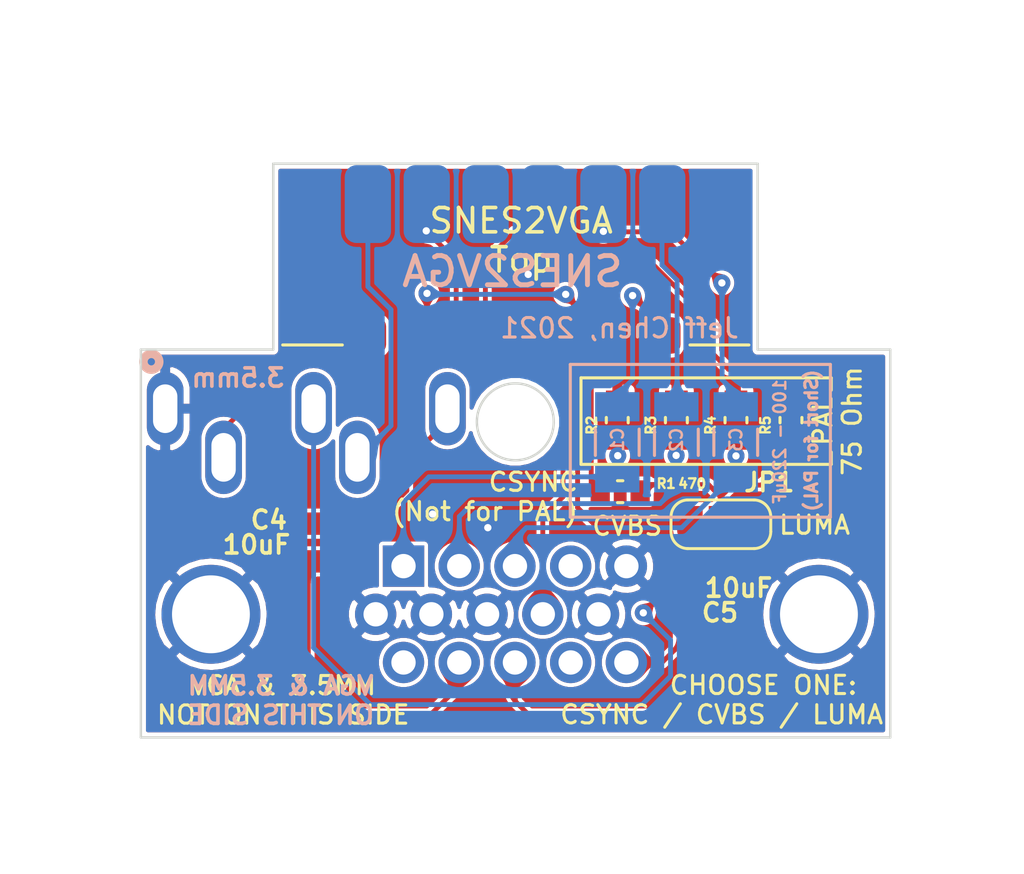
<source format=kicad_pcb>
(kicad_pcb (version 20171130) (host pcbnew "(5.1.10-1-10_14)")
  (title_block (rev 1))
  (layers (0 Front signal) (31 Back signal) (34 B.Paste user) (35 F.Paste user) (36 B.SilkS user) (37 F.SilkS user) (38 B.Mask user) (39 F.Mask user) (44 Edge.Cuts user))
  (net 0 "")
  (net 1 /Red_SNES)
  (net 2 /Red_VGA)
  (net 3 /Green_SNES)
  (net 4 /Green_VGA)
  (net 5 /Blue_SNES)
  (net 6 /Blue_VGA)
  (net 7 /Audio_L_SNES)
  (net 8 /Audio_R_SNES)
  (net 9 /HSYNC_VGA)
  (net 10 /Luma_SNES)
  (net 11 /CVBS_SNES)
  (net 12 /+5V_SNES)
  (net 13 /CSYNC_SNES)
  (net 14 /Audio_L_to_VGA)
  (net 15 /Audio_L_from_Jack)
  (net 16 /Audio_R_from_Jack)
  (net 17 GND)
  (net 18 /Audio_R_to_VGA)
  (module SNES2VGA_Library:Outline_PCB_Main (layer Front) (at 140.95 100.27)
    (fp_text reference G*** hide)
    (fp_text value LOGO hide)
  )
  (module SNES2VGA_Library:Cap_SMD_1206 (layer Back) (at 145.13 99.93 270)
    (fp_text reference C1 (at -0.11 -0.01 270) (layer B.SilkS) (effects (font (size 0.5 0.5) (thickness 0.098425)) (justify mirror)))
    (fp_text value 100-220uF)
    (pad 1 smd rect (at -1.46 0 270) (size 1.2 1.82) (layers Back B.Paste B.Mask) (net 1 /Red_SNES))
    (pad 2 smd rect (at 1.46 0 270) (size 1.2 1.82) (layers Back B.Paste B.Mask) (net 2 /Red_VGA))
  )
  (module SNES2VGA_Library:Cap_SMD_1206 (layer Back) (at 147.56 99.93 270)
    (fp_text reference C2 (at -0.1 0 270) (layer B.SilkS) (effects (font (size 0.5 0.5) (thickness 0.098425)) (justify mirror)))
    (fp_text value 100-220uF)
    (pad 1 smd rect (at -1.46 0 270) (size 1.2 1.82) (layers Back B.Paste B.Mask) (net 3 /Green_SNES))
    (pad 2 smd rect (at 1.46 0 270) (size 1.2 1.82) (layers Back B.Paste B.Mask) (net 4 /Green_VGA))
  )
  (module SNES2VGA_Library:Cap_SMD_1206 (layer Back) (at 150 99.93 270)
    (fp_text reference C3 (at -0.11 -0.01 270) (layer B.SilkS) (effects (font (size 0.5 0.5) (thickness 0.098425)) (justify mirror)))
    (fp_text value 100-220uF)
    (pad 1 smd rect (at -1.46 0 270) (size 1.2 1.82) (layers Back B.Paste B.Mask) (net 5 /Blue_SNES))
    (pad 2 smd rect (at 1.46 0 270) (size 1.2 1.82) (layers Back B.Paste B.Mask) (net 6 /Blue_VGA))
  )
  (module SNES2VGA_Library:Cap_SMD_0603 (layer Front) (at 132.43 104.05 270)
    (fp_text reference C4 (at -0.926 1.62 180) (layer F.SilkS) (effects (font (size 0.75 0.75))))
    (fp_text value 10uF (at 0.09 2.128 180) (layer F.SilkS) (effects (font (size 0.75 0.75))))
    (pad 1 smd rect (at -0.775 0 270) (size 0.92 0.97) (layers Front F.Paste F.Mask) (net 15 /Audio_L_from_Jack))
    (pad 2 smd rect (at 0.775 0 270) (size 0.92 0.97) (layers Front F.Paste F.Mask) (net 14 /Audio_L_to_VGA))
  )
  (module SNES2VGA_Library:Cap_SMD_0603 (layer Front) (at 148.06 107.085 270)
    (fp_text reference C5 (at -0.151 -1.292 180) (layer F.SilkS) (effects (font (size 0.75 0.75))))
    (fp_text value 10uF (at -1.167 -2.054 180) (layer F.SilkS) (effects (font (size 0.75 0.75))))
    (pad 1 smd rect (at -0.775 0 270) (size 0.92 0.97) (layers Front F.Paste F.Mask) (net 16 /Audio_R_from_Jack))
    (pad 2 smd rect (at 0.775 0 270) (size 0.92 0.97) (layers Front F.Paste F.Mask) (net 18 /Audio_R_to_VGA))
  )
  (module SNES2VGA_Library:3.5mm_vertical (layer Back) (at 126.55 98.55)
    (fp_text reference J1)
    (fp_text value 3.5mm_vertical)
    (pad 1 thru_hole oval (at 0 0) (size 1.508 3.016) (drill oval 1 2) (layers *.Cu *.Mask) (net 17 GND))
    (pad 2 thru_hole oval (at 2.4 2) (size 1.508 3.016) (drill oval 1 2) (layers *.Cu *.Mask) (net 7 /Audio_L_SNES))
    (pad 5 thru_hole oval (at 6.1 0) (size 1.508 3.016) (drill oval 1 2) (layers *.Cu *.Mask) (net 16 /Audio_R_from_Jack))
    (pad 3 thru_hole oval (at 7.9 2) (size 1.508 3.016) (drill oval 1 2) (layers *.Cu *.Mask) (net 8 /Audio_R_SNES))
    (pad 4 thru_hole oval (at 11.6 0) (size 1.508 3.016) (drill oval 1 2) (layers *.Cu *.Mask) (net 15 /Audio_L_from_Jack))
  )
  (module SNES2VGA_Library:AV_Multi_Main (layer Front) (at 134.13 88.54)
    (fp_text reference P1)
    (fp_text value AVMulti_Main)
    (pad 2 connect roundrect (at 12.85 1.6) (size 1.9 3.2) (layers Back B.Mask) (net 3 /Green_SNES))
    (pad 4 connect roundrect (at 10.43 1.6) (size 1.9 3.2) (layers Back B.Mask) (net 5 /Blue_SNES))
    (pad 6 connect roundrect (at 8.01 1.6) (size 1.9 3.2) (layers Back B.Mask) (net 17 GND))
    (pad 8 connect roundrect (at 5.59 1.6) (size 1.9 3.2) (layers Back B.Mask))
    (pad 10 connect roundrect (at 3.17 1.6) (size 1.9 3.2) (layers Back B.Mask) (net 12 /+5V_SNES))
    (pad 1 connect roundrect (at 12.85 7) (size 1.5 1.5) (layers Front F.Mask) (net 1 /Red_SNES))
    (pad 3 connect roundrect (at 10.43 7) (size 1.5 1.5) (layers Front F.Mask) (net 13 /CSYNC_SNES))
    (pad 5 connect roundrect (at 8.01 7) (size 1.5 1.5) (layers Front F.Mask) (net 17 GND))
    (pad 7 connect roundrect (at 5.59 7) (size 1.5 1.5) (layers Front F.Mask) (net 10 /Luma_SNES))
    (pad 9 connect roundrect (at 3.17 7) (size 1.5 1.5) (layers Front F.Mask) (net 11 /CVBS_SNES))
    (pad 12 connect roundrect (at 0.75 1.6) (size 1.9 3.2) (layers Back B.Mask) (net 8 /Audio_R_SNES))
    (pad 11 connect roundrect (at 0.75 7) (size 1.5 1.5) (layers Front F.Mask) (net 7 /Audio_L_SNES))
  )
  (module SNES2VGA_Library:VGA_female_rightangle_slim (layer Back) (at 153.42 107 180)
    (fp_text reference P2)
    (fp_text value VGA)
    (pad 15 thru_hole circle (at 7.915 -1.98) (size 1.7 1.7) (drill 1) (layers *.Cu *.Mask) (net 18 /Audio_R_to_VGA))
    (pad 14 thru_hole circle (at 10.205 -1.98) (size 1.7 1.7) (drill 1) (layers *.Cu *.Mask))
    (pad 13 thru_hole circle (at 12.495 -1.98) (size 1.7 1.7) (drill 1) (layers *.Cu *.Mask) (net 9 /HSYNC_VGA))
    (pad 12 thru_hole circle (at 14.785 -1.98) (size 1.7 1.7) (drill 1) (layers *.Cu *.Mask) (net 14 /Audio_L_to_VGA))
    (pad 11 thru_hole circle (at 17.075 -1.98) (size 1.7 1.7) (drill 1) (layers *.Cu *.Mask))
    (pad 10 thru_hole circle (at 9.06 0) (size 1.7 1.7) (drill 1) (layers *.Cu *.Mask) (net 17 GND))
    (pad 9 thru_hole circle (at 11.35 0) (size 1.7 1.7) (drill 1) (layers *.Cu *.Mask) (net 12 /+5V_SNES))
    (pad 8 thru_hole circle (at 13.64 0) (size 1.7 1.7) (drill 1) (layers *.Cu *.Mask) (net 17 GND))
    (pad 7 thru_hole circle (at 15.93 0) (size 1.7 1.7) (drill 1) (layers *.Cu *.Mask) (net 17 GND))
    (pad 6 thru_hole circle (at 18.22 0) (size 1.7 1.7) (drill 1) (layers *.Cu *.Mask) (net 17 GND))
    (pad 5 thru_hole circle (at 7.915 1.98) (size 1.7 1.7) (drill 1) (layers *.Cu *.Mask) (net 17 GND))
    (pad 4 thru_hole circle (at 10.205 1.98) (size 1.7 1.7) (drill 1) (layers *.Cu *.Mask))
    (pad 3 thru_hole circle (at 12.495 1.98) (size 1.7 1.7) (drill 1) (layers *.Cu *.Mask) (net 6 /Blue_VGA))
    (pad 2 thru_hole circle (at 14.785 1.98) (size 1.7 1.7) (drill 1) (layers *.Cu *.Mask) (net 4 /Green_VGA))
    (pad S1 thru_hole circle (at 0 0 180) (size 4.066 4.066) (drill 3.2) (layers *.Cu *.Mask) (net 17 GND))
    (pad S2 thru_hole circle (at 24.99 0 180) (size 4.066 4.066) (drill 3.2) (layers *.Cu *.Mask) (net 17 GND))
    (pad 1 thru_hole rect (at 17.075 1.98) (size 1.7 1.7) (drill 1) (layers *.Cu *.Mask) (net 2 /Red_VGA))
  )
  (module SNES2VGA_Library:Resistor_SMD_0603 (layer Front) (at 145.25 101.96)
    (fp_text reference R1 (at 1.89 -0.33) (layer F.SilkS) (effects (font (size 0.393701 0.393701) (thickness 0.098425))))
    (fp_text value 470 (at 2.96 -0.33) (layer F.SilkS) (effects (font (size 0.393701 0.393701) (thickness 0.098425))))
    (pad 1 smd rect (at -0.82 0) (size 0.79 0.93) (layers Front F.Paste F.Mask) (net 13 /CSYNC_SNES))
    (pad 2 smd rect (at 0.82 0) (size 0.79 0.93) (layers Front F.Paste F.Mask) (net 9 /HSYNC_VGA))
  )
  (module SNES2VGA_Library:Resistor_SMD_0603 (layer Front) (at 145.13 99.02 90)
    (fp_text reference R2 (at -0.21 -1.05 90) (layer F.SilkS) (effects (font (size 0.393701 0.393701) (thickness 0.098425))))
    (fp_text value 75)
    (pad 1 smd rect (at -0.82 0 90) (size 0.79 0.93) (layers Front F.Paste F.Mask) (net 2 /Red_VGA))
    (pad 2 smd rect (at 0.82 0 90) (size 0.79 0.93) (layers Front F.Paste F.Mask) (net 17 GND))
  )
  (module SNES2VGA_Library:Resistor_SMD_0603 (layer Front) (at 147.56 99.02 90)
    (fp_text reference R3 (at -0.21 -1.05 90) (layer F.SilkS) (effects (font (size 0.393701 0.393701) (thickness 0.098425))))
    (fp_text value 75)
    (pad 1 smd rect (at -0.82 0 90) (size 0.79 0.93) (layers Front F.Paste F.Mask) (net 4 /Green_VGA))
    (pad 2 smd rect (at 0.82 0 90) (size 0.79 0.93) (layers Front F.Paste F.Mask) (net 17 GND))
  )
  (module SNES2VGA_Library:Resistor_SMD_0603 (layer Front) (at 150.01 99.02 90)
    (fp_text reference R4 (at -0.21 -1.05 90) (layer F.SilkS) (effects (font (size 0.393701 0.393701) (thickness 0.098425))))
    (fp_text value 75)
    (pad 1 smd rect (at -0.82 0 90) (size 0.79 0.93) (layers Front F.Paste F.Mask) (net 6 /Blue_VGA))
    (pad 2 smd rect (at 0.82 0 90) (size 0.79 0.93) (layers Front F.Paste F.Mask) (net 17 GND))
  )
  (module SNES2VGA_Library:Resistor_SMD_0603 (layer Front) (at 152.27 99.02 90)
    (fp_text reference R5 (at -0.21 -1.05 90) (layer F.SilkS) (effects (font (size 0.393701 0.393701) (thickness 0.098425))))
    (fp_text value 75)
    (pad 1 smd rect (at -0.82 0 90) (size 0.79 0.93) (layers Front F.Paste F.Mask) (net 9 /HSYNC_VGA))
    (pad 2 smd rect (at 0.82 0 90) (size 0.79 0.93) (layers Front F.Paste F.Mask) (net 17 GND))
  )
  (module SNES2VGA_Library:SolderJumper-3_P1.3mm_Open_RoundedPad1.0x1.5mm (layer Front) (at 149.39 103.3)
    (fp_text reference JP1 (at 1.99 -1.72) (layer F.SilkS) (effects (font (size 0.75 0.75))))
    (fp_text value SolderJumper_3_Open)
    (pad 1 smd custom (at -1.3 0) (size 1 0.5) (layers Front F.Mask) (net 11 /CVBS_SNES) (options (clearance outline) (anchor rect)) (primitives (gr_circle (center 0 0.25) (end 0.5 0.25) (width 0)) (gr_circle (center 0 -0.25) (end 0.5 -0.25) (width 0)) (gr_poly (pts (xy 0.55 -0.75) (xy 0 -0.75) (xy 0 0.75) (xy 0.55 0.75)) (width 0))))
    (pad 3 smd custom (at 1.3 0) (size 1 0.5) (layers Front F.Mask) (net 10 /Luma_SNES) (options (clearance outline) (anchor rect)) (primitives (gr_circle (center 0 0.25) (end 0.5 0.25) (width 0)) (gr_circle (center 0 -0.25) (end 0.5 -0.25) (width 0)) (gr_poly (pts (xy -0.55 -0.75) (xy 0 -0.75) (xy 0 0.75) (xy -0.55 0.75)) (width 0))))
    (pad 2 smd rect (at 0 0) (size 1 1.5) (layers Front F.Mask) (net 9 /HSYNC_VGA))
  )
  (gr_line (start 148.12 95.93) (end 150.54 95.93) (layer F.SilkS) (width 0.127))
  (gr_line (start 131.38 95.93) (end 133.83 95.93) (layer F.SilkS) (width 0.127))
  (gr_text "VGA & 3.5MM\nNOT ON THIS SIDE" (at 131.4 110.53) (layer F.SilkS) (effects (font (size 0.75 0.75) (thickness 0.127))))
  (gr_text "SNES2VGA\nTop" (at 141.18 91.63) (layer F.SilkS) (effects (font (size 1 1))))
  (gr_text "Jeff Chen, 2021" (at 145.22 95.24) (layer B.SilkS) (effects (font (size 0.8 0.8) (thickness 0.127)) (justify mirror)))
  (gr_text SNES2VGA (at 140.82 92.91) (layer B.SilkS) (effects (font (size 1.2 1.2) (thickness 0.2)) (justify mirror)))
  (gr_text 3.5mm (at 129.54 97.282) (layer B.SilkS) (effects (font (size 0.75 0.75)) (justify mirror)))
  (gr_text "VGA & 3.5MM\nON THIS SIDE" (at 131.29 110.54) (layer B.SilkS) (effects (font (size 0.75 0.75)) (justify mirror)))
  (gr_text "100 - 220uF" (at 151.81 99.91 90) (layer B.SilkS) (effects (font (size 0.5 0.5) (thickness 0.1)) (justify mirror)))
  (gr_text "(Short for PAL)" (at 153.11 99.86 90) (layer B.SilkS) (effects (font (size 0.5 0.5) (thickness 0.125)) (justify mirror)))
  (gr_line (start 153.89 103.01) (end 153.89 96.73) (layer B.SilkS) (width 0.127))
  (gr_line (start 143.2 103.01) (end 153.89 103.01) (layer B.SilkS) (width 0.127))
  (gr_line (start 143.2 96.73) (end 143.2 103.01) (layer B.SilkS) (width 0.127))
  (gr_line (start 153.89 96.73) (end 143.2 96.73) (layer B.SilkS) (width 0.127))
  (gr_text "      CHOOSE ONE:\nCSYNC / CVBS / LUMA" (at 149.42 110.52) (layer F.SilkS) (effects (font (size 0.75 0.75) (thickness 0.125))))
  (gr_text "CSYNC\n(Not for PAL)\n" (at 143.58 102.17) (layer F.SilkS) (effects (font (size 0.75 0.75) (thickness 0.125)) (justify right)))
  (gr_text CVBS (at 145.542 103.378) (layer F.SilkS) (effects (font (size 0.75 0.75) (thickness 0.125))))
  (gr_text LUMA (at 153.24 103.33) (layer F.SilkS) (effects (font (size 0.75 0.75) (thickness 0.125))))
  (gr_text "PAL\n75 Ohm" (at 154.178 99.06 90) (layer F.SilkS) (effects (font (size 0.75 0.75) (thickness 0.125))))
  (gr_line (start 153.924 97.282) (end 143.64 97.282) (layer F.SilkS) (width 0.127))
  (gr_line (start 153.924 97.79) (end 153.924 97.282) (layer F.SilkS) (width 0.127))
  (gr_line (start 153.924 100.838) (end 153.924 100.33) (layer F.SilkS) (width 0.127))
  (gr_line (start 143.64 100.838) (end 153.924 100.838) (layer F.SilkS) (width 0.127))
  (gr_line (start 143.64 97.28) (end 143.64 100.83) (layer F.SilkS) (width 0.127))
  (gr_circle (center 140.94 99.09) (end 142.52 99.09) (layer Edge.Cuts) (width 0.1))
  (gr_line (start 130.99 88.48) (end 130.99 96.12) (layer Edge.Cuts) (width 0.1))
  (gr_line (start 125.55 96.12) (end 130.99 96.12) (layer Edge.Cuts) (width 0.1))
  (gr_line (start 125.55 96.12) (end 125.55 112.06) (layer Edge.Cuts) (width 0.1))
  (gr_line (start 125.55 112.06) (end 156.35 112.06) (layer Edge.Cuts) (width 0.1))
  (gr_line (start 156.35 96.12) (end 156.35 112.06) (layer Edge.Cuts) (width 0.1))
  (gr_line (start 150.9 96.12) (end 156.35 96.12) (layer Edge.Cuts) (width 0.1))
  (gr_line (start 150.9 88.48) (end 150.9 96.12) (layer Edge.Cuts) (width 0.1))
  (gr_line (start 130.99 88.48) (end 150.9 88.48) (layer Edge.Cuts) (width 0.1))
  (segment (start 146.96 95.47) (end 146.96 95.1) (width 0.2) (layer Front) (net 1))
  (segment (start 146.96 95.1) (end 145.76 93.9) (width 0.2) (layer Front) (net 1))
  (via (at 145.76 93.9) (size 0.7) (drill 0.3) (layers Front Back) (net 1))
  (segment (start 144.94 98.18) (end 145.76 97.36) (width 0.2) (layer Back) (net 1))
  (segment (start 145.76 97.36) (end 145.76 93.9) (width 0.2) (layer Back) (net 1))
  (segment (start 144.94 98.33) (end 144.94 98.18) (width 0.2) (layer Back) (net 1))
  (via (at 145.15 100.48) (size 0.7) (drill 0.3) (layers Front Back) (net 2))
  (segment (start 145.15 100.48) (end 145.15 99.88) (width 0.2) (layer Front) (net 2))
  (segment (start 145.15 100.48) (end 145.15 101.28) (width 0.2) (layer Back) (net 2))
  (segment (start 137.39 101.35) (end 145.15 101.35) (width 0.2) (layer Back) (net 2))
  (segment (start 136.34 104.78) (end 136.34 102.4) (width 0.2) (layer Back) (net 2))
  (segment (start 136.34 102.4) (end 137.39 101.35) (width 0.2) (layer Back) (net 2))
  (segment (start 136.1 105.02) (end 136.34 104.78) (width 0.2) (layer Back) (net 2))
  (segment (start 146.97 92.65) (end 146.97 90.93) (width 0.2) (layer Back) (net 3))
  (segment (start 146.97 90.93) (end 147.58 90.32) (width 0.2) (layer Back) (net 3))
  (segment (start 147.59 93.27) (end 146.97 92.65) (width 0.2) (layer Back) (net 3))
  (segment (start 147.59 98.03) (end 147.59 93.27) (width 0.2) (layer Back) (net 3))
  (segment (start 148.32 98.76) (end 147.59 98.03) (width 0.2) (layer Back) (net 3))
  (segment (start 147.55 100.47) (end 147.55 99.84) (width 0.2) (layer Front) (net 4))
  (segment (start 147.55 101.34) (end 147.55 100.46995) (width 0.2) (layer Back) (net 4))
  (via (at 147.55 100.46995) (size 0.7) (drill 0.3) (layers Front Back) (net 4))
  (segment (start 138.64 104.75) (end 138.37 105.02) (width 0.2) (layer Back) (net 4))
  (segment (start 138.64 102.98) (end 138.64 104.75) (width 0.2) (layer Back) (net 4))
  (segment (start 146.89 102.45) (end 139.17 102.45) (width 0.2) (layer Back) (net 4))
  (segment (start 147.66 101.68) (end 146.89 102.45) (width 0.2) (layer Back) (net 4))
  (segment (start 139.17 102.45) (end 138.64 102.98) (width 0.2) (layer Back) (net 4))
  (segment (start 148.32 101.68) (end 147.66 101.68) (width 0.2) (layer Back) (net 4))
  (via (at 149.43 93.38) (size 0.7) (drill 0.3) (layers Front Back) (net 5))
  (via (at 144.56 91.259991) (size 0.7) (drill 0.3) (layers Front Back) (net 5))
  (segment (start 149.44 97.36) (end 149.98 97.9) (width 0.2) (layer Back) (net 5))
  (segment (start 149.98 97.9) (end 149.98 98.47) (width 0.2) (layer Back) (net 5))
  (segment (start 149.44 93.39) (end 149.44 97.36) (width 0.2) (layer Back) (net 5))
  (segment (start 149.43 93.38) (end 149.44 93.39) (width 0.2) (layer Back) (net 5))
  (segment (start 144.580009 91.28) (end 144.56 91.259991) (width 0.2) (layer Front) (net 5))
  (segment (start 147.33 91.28) (end 144.580009 91.28) (width 0.2) (layer Front) (net 5))
  (segment (start 149.43 93.38) (end 147.33 91.28) (width 0.2) (layer Front) (net 5))
  (via (at 150.01 100.49) (size 0.7) (drill 0.3) (layers Front Back) (net 6))
  (segment (start 150.02 100.46) (end 150.02 99.82) (width 0.2) (layer Front) (net 6))
  (segment (start 150.01 100.49) (end 150.01 101.32) (width 0.2) (layer Back) (net 6))
  (segment (start 140.93 104.77) (end 140.67 105.03) (width 0.2) (layer Back) (net 6))
  (segment (start 140.93 103.9) (end 140.93 104.77) (width 0.2) (layer Back) (net 6))
  (segment (start 141.39 103.44) (end 140.93 103.9) (width 0.2) (layer Back) (net 6))
  (segment (start 147.78 103.44) (end 141.39 103.44) (width 0.2) (layer Back) (net 6))
  (segment (start 149.55 101.67) (end 147.78 103.44) (width 0.2) (layer Back) (net 6))
  (segment (start 134.47 95.69) (end 132.65 95.69) (width 0.2) (layer Front) (net 7))
  (segment (start 132.65 95.69) (end 128.95 99.39) (width 0.2) (layer Front) (net 7))
  (segment (start 128.95 99.39) (end 128.95 99.72) (width 0.2) (layer Front) (net 7))
  (segment (start 135.83 99.25) (end 134.49 100.59) (width 0.2) (layer Back) (net 8))
  (segment (start 135.83 94.48) (end 135.83 99.25) (width 0.2) (layer Back) (net 8))
  (segment (start 134.88 93.53) (end 135.83 94.48) (width 0.2) (layer Back) (net 8))
  (segment (start 134.88 90.7) (end 134.88 93.53) (width 0.2) (layer Back) (net 8))
  (segment (start 134.47 90.29) (end 134.88 90.7) (width 0.2) (layer Back) (net 8))
  (segment (start 146.11 101.67) (end 148.88 101.67) (width 0.2) (layer Front) (net 9))
  (segment (start 145.88 101.9) (end 146.11 101.67) (width 0.2) (layer Front) (net 9))
  (segment (start 148.88 101.67) (end 149.39 102.18) (width 0.2) (layer Front) (net 9))
  (segment (start 145.88 101.71) (end 145.88 101.9) (width 0.2) (layer Front) (net 9))
  (segment (start 149.36 102.19) (end 149.36 103.31) (width 0.2) (layer Front) (net 9))
  (segment (start 151.055 101.69) (end 149.86 101.69) (width 0.2) (layer Front) (net 9))
  (segment (start 152.27 100.475) (end 151.055 101.69) (width 0.2) (layer Front) (net 9))
  (segment (start 149.86 101.69) (end 149.36 102.19) (width 0.2) (layer Front) (net 9))
  (segment (start 152.27 99.83) (end 152.27 100.475) (width 0.2) (layer Front) (net 9))
  (segment (start 140.94 110.58) (end 140.94 109.25) (width 0.2) (layer Front) (net 9))
  (segment (start 141.49 111.13) (end 140.94 110.58) (width 0.2) (layer Front) (net 9))
  (segment (start 140.94 109.25) (end 140.66 108.97) (width 0.2) (layer Front) (net 9))
  (segment (start 149.39 103.035) (end 149.39 110.01) (width 0.2) (layer Front) (net 9))
  (segment (start 148.27 111.13) (end 141.49 111.13) (width 0.2) (layer Front) (net 9))
  (segment (start 149.39 110.01) (end 148.27 111.13) (width 0.2) (layer Front) (net 9))
  (segment (start 149.195 102.84) (end 149.39 103.035) (width 0.2) (layer Front) (net 9))
  (segment (start 151 103.35) (end 151 102.84) (width 0.2) (layer Front) (net 10))
  (segment (start 152.9 103.35) (end 151 103.35) (width 0.2) (layer Front) (net 10))
  (segment (start 154.72 101.53) (end 152.9 103.35) (width 0.2) (layer Front) (net 10))
  (segment (start 143.82 92.63) (end 146.61 92.63) (width 0.2) (layer Front) (net 10))
  (segment (start 153.47 96.93) (end 154.72 98.18) (width 0.2) (layer Front) (net 10))
  (segment (start 149.7 96.93) (end 153.47 96.93) (width 0.2) (layer Front) (net 10))
  (segment (start 154.72 98.18) (end 154.72 101.53) (width 0.2) (layer Front) (net 10))
  (segment (start 149.06 95.08) (end 149.06 96.29) (width 0.2) (layer Front) (net 10))
  (segment (start 146.61 92.63) (end 149.06 95.08) (width 0.2) (layer Front) (net 10))
  (segment (start 142.48 91.29) (end 143.82 92.63) (width 0.2) (layer Front) (net 10))
  (segment (start 149.06 96.29) (end 149.7 96.93) (width 0.2) (layer Front) (net 10))
  (segment (start 140.9 91.29) (end 142.48 91.29) (width 0.2) (layer Front) (net 10))
  (segment (start 139.71 92.48) (end 140.9 91.29) (width 0.2) (layer Front) (net 10))
  (segment (start 139.71 95.69) (end 139.71 92.48) (width 0.2) (layer Front) (net 10))
  (via (at 143.01 93.85) (size 0.7) (drill 0.3) (layers Front Back) (net 11))
  (segment (start 143.5 96.77) (end 143.36 96.63) (width 0.2) (layer Front) (net 11))
  (segment (start 143.5 102.6171) (end 143.5 96.77) (width 0.2) (layer Front) (net 11))
  (segment (start 143.36 96.63) (end 143.36 94.2) (width 0.2) (layer Front) (net 11))
  (segment (start 143.36 94.2) (end 143.01 93.85) (width 0.2) (layer Front) (net 11))
  (segment (start 144.1429 103.26) (end 143.5 102.6171) (width 0.2) (layer Front) (net 11))
  (segment (start 147.75 103.26) (end 144.1429 103.26) (width 0.2) (layer Front) (net 11))
  (via (at 137.31 93.809998) (size 0.7) (drill 0.3) (layers Front Back) (net 11))
  (segment (start 143.01 93.85) (end 137.350002 93.85) (width 0.2) (layer Back) (net 11))
  (segment (start 137.09 95.69) (end 137.31 95.47) (width 0.2) (layer Front) (net 11))
  (segment (start 137.31 95.47) (end 137.31 93.809998) (width 0.2) (layer Front) (net 11))
  (segment (start 137.350002 93.85) (end 137.31 93.809998) (width 0.2) (layer Back) (net 11))
  (via (at 137.28 91.24) (size 0.7) (drill 0.3) (layers Front Back) (net 12))
  (segment (start 139.31 97.01) (end 138.51 96.21) (width 0.2) (layer Front) (net 12))
  (segment (start 141.91 97.01) (end 139.31 97.01) (width 0.2) (layer Front) (net 12))
  (segment (start 138.51 96.21) (end 138.51 92.47) (width 0.2) (layer Front) (net 12))
  (segment (start 142.07 106.76) (end 142.07 103) (width 0.2) (layer Front) (net 12))
  (segment (start 142.9 98) (end 141.91 97.01) (width 0.2) (layer Front) (net 12))
  (segment (start 142.9 102.17) (end 142.9 98) (width 0.2) (layer Front) (net 12))
  (segment (start 138.51 92.47) (end 137.28 91.24) (width 0.2) (layer Front) (net 12))
  (segment (start 142.07 103) (end 142.9 102.17) (width 0.2) (layer Front) (net 12))
  (segment (start 141.82 107.01) (end 142.07 106.76) (width 0.2) (layer Front) (net 12))
  (segment (start 144.57 96.22) (end 144.06 96.73) (width 0.2) (layer Front) (net 13))
  (segment (start 144.57 96.07) (end 144.57 96.22) (width 0.2) (layer Front) (net 13))
  (segment (start 144.06 101.67) (end 144.13 101.74) (width 0.2) (layer Front) (net 13))
  (segment (start 144.06 96.73) (end 144.06 101.67) (width 0.2) (layer Front) (net 13))
  (segment (start 144.95 95.69) (end 144.57 96.07) (width 0.2) (layer Front) (net 13))
  (segment (start 138.62 109.25) (end 138.36 108.99) (width 0.2) (layer Front) (net 14))
  (segment (start 138.62 109.96) (end 138.62 109.25) (width 0.2) (layer Front) (net 14))
  (segment (start 134.46 111.13) (end 137.45 111.13) (width 0.2) (layer Front) (net 14))
  (segment (start 137.45 111.13) (end 138.62 109.96) (width 0.2) (layer Front) (net 14))
  (segment (start 132.43 109.1) (end 134.46 111.13) (width 0.2) (layer Front) (net 14))
  (segment (start 132.43 104.825) (end 132.43 109.1) (width 0.2) (layer Front) (net 14))
  (segment (start 138.15 98.55) (end 138.15 99.06) (width 0.2) (layer Front) (net 15))
  (segment (start 138.15 99.06) (end 136.48 100.73) (width 0.2) (layer Front) (net 15))
  (segment (start 136.48 100.73) (end 136.48 101.92) (width 0.2) (layer Front) (net 15))
  (segment (start 136.48 101.92) (end 135.13 103.27) (width 0.2) (layer Front) (net 15))
  (segment (start 135.13 103.27) (end 132.39 103.27) (width 0.2) (layer Front) (net 15))
  (via (at 146.2 106.93999) (size 0.7) (drill 0.3) (layers Front Back) (net 16))
  (segment (start 146.88999 106.25) (end 146.2 106.93999) (width 0.2) (layer Front) (net 16))
  (segment (start 148.02 106.25) (end 146.88999 106.25) (width 0.2) (layer Front) (net 16))
  (segment (start 147.32 109.54) (end 147.32 108.05999) (width 0.2) (layer Back) (net 16))
  (segment (start 134.98 110.71) (end 146.15 110.71) (width 0.2) (layer Back) (net 16))
  (segment (start 147.32 108.05999) (end 146.2 106.93999) (width 0.2) (layer Back) (net 16))
  (segment (start 132.65 108.38) (end 134.98 110.71) (width 0.2) (layer Back) (net 16))
  (segment (start 146.15 110.71) (end 147.32 109.54) (width 0.2) (layer Back) (net 16))
  (segment (start 132.65 98.55) (end 132.65 108.38) (width 0.2) (layer Back) (net 16))
  (via (at 137.54 102.88) (size 0.7) (drill 0.3) (layers Front Back) (net 17))
  (via (at 139.81 103.44) (size 0.7) (drill 0.3) (layers Front Back) (net 17))
  (via (at 141.47 93.03) (size 0.7) (drill 0.3) (layers Front Back) (net 17))
  (segment (start 148.06 107.89) (end 146.98 108.97) (width 0.2) (layer Front) (net 18))
  (segment (start 146.98 108.97) (end 145.25 108.97) (width 0.2) (layer Front) (net 18))
  (segment (start 148.06 107.86) (end 148.06 107.89) (width 0.2) (layer Front) (net 18))
  (zone (net 17) (net_name GND) (layer Front) (connect_pads (clearance 0.16)) (min_thickness 0.16) (fill yes (arc_segments 32) (thermal_gap 0.25) (thermal_bridge_width 0.4))
    (polygon (pts (xy 159.01 114.93) (xy 119.76 114.93) (xy 119.76 82.92) (xy 159.01 82.92)))
  )
  (zone (net 17) (net_name GND) (layer Back) (connect_pads (clearance 0.16)) (min_thickness 0.16) (fill yes (arc_segments 32) (thermal_gap 0.25) (thermal_bridge_width 0.4))
    (polygon (pts (xy 161.86 117.67) (xy 122.72 117.67) (xy 122.72 86.1) (xy 161.86 86.1)))
  )
  (zone (net 1) (net_name /Red_SNES) (layer Front) (priority 16962) (connect_pads yes (clearance 0.16)) (min_thickness 0.0254) (fill yes (arc_segments 32) (thermal_gap 0.4) (thermal_bridge_width 0.4))
    (polygon (pts (xy 146.318614 94.317192) (xy 146.264704 94.258911) (xy 146.224156 94.205842) (xy 146.194552 94.156453) (xy 146.173473 94.109213) (xy 146.1585 94.062589) (xy 146.147217 94.015052) (xy 146.137205 93.96507) (xy 146.126046 93.911111) (xy 146.111322 93.851644) (xy 146.090615 93.785139) (xy 145.636257 93.776257) (xy 145.645139 94.230615) (xy 145.711644 94.251322) (xy 145.771111 94.266046) (xy 145.82507 94.277205) (xy 145.875052 94.287217) (xy 145.922589 94.2985) (xy 145.969213 94.313473) (xy 146.016453 94.334552) (xy 146.065842 94.364156) (xy 146.118911 94.404704) (xy 146.177192 94.458614)))
  )
  (zone (net 1) (net_name /Red_SNES) (layer Back) (priority 16962) (connect_pads yes (clearance 0.16)) (min_thickness 0.0254) (fill yes (arc_segments 32) (thermal_gap 0.4) (thermal_bridge_width 0.4))
    (polygon (pts (xy 145.597608 97.380971) (xy 145.486413 97.485806) (xy 145.387058 97.567901) (xy 145.296937 97.632586) (xy 145.213445 97.685192) (xy 145.133974 97.731051) (xy 145.055919 97.775494) (xy 144.976674 97.823852) (xy 144.893632 97.881458) (xy 144.804188 97.953642) (xy 144.705736 98.045736) (xy 145.073435 98.764619) (xy 145.709626 98.314975) (xy 145.680967 98.218432) (xy 145.65114 98.130009) (xy 145.623215 98.048102) (xy 145.600264 97.971106) (xy 145.58536 97.897416) (xy 145.581572 97.825427) (xy 145.591974 97.753535) (xy 145.619636 97.680135) (xy 145.66763 97.603622) (xy 145.739029 97.522392)))
  )
  (zone (net 1) (net_name /Red_SNES) (layer Back) (priority 16962) (connect_pads yes (clearance 0.16)) (min_thickness 0.0254) (fill yes (arc_segments 32) (thermal_gap 0.4) (thermal_bridge_width 0.4))
    (polygon (pts (xy 145.86 94.59) (xy 145.86309 94.510669) (xy 145.871944 94.444472) (xy 145.885934 94.388615) (xy 145.904433 94.340306) (xy 145.926814 94.296751) (xy 145.95245 94.255159) (xy 145.980713 94.212736) (xy 146.010977 94.166691) (xy 146.042615 94.11423) (xy 146.075 94.052561) (xy 145.76 93.725) (xy 145.445 94.052561) (xy 145.477384 94.11423) (xy 145.509022 94.166691) (xy 145.539286 94.212736) (xy 145.567549 94.255159) (xy 145.593185 94.296751) (xy 145.615566 94.340306) (xy 145.634065 94.388615) (xy 145.648055 94.444472) (xy 145.656909 94.510669) (xy 145.66 94.59)))
  )
  (zone (net 2) (net_name /Red_VGA) (layer Front) (priority 16962) (connect_pads yes (clearance 0.16)) (min_thickness 0.0254) (fill yes (arc_segments 32) (thermal_gap 0.4) (thermal_bridge_width 0.4))
    (polygon (pts (xy 145.05 99.89) (xy 145.047878 99.943775) (xy 145.041773 99.991294) (xy 145.032076 100.033328) (xy 145.019177 100.070649) (xy 145.003467 100.104027) (xy 144.985337 100.134232) (xy 144.965177 100.162036) (xy 144.943379 100.18821) (xy 144.920332 100.213525) (xy 144.896429 100.238751) (xy 145.15 100.655) (xy 145.403571 100.238751) (xy 145.379667 100.213525) (xy 145.35662 100.18821) (xy 145.334822 100.162036) (xy 145.314662 100.134232) (xy 145.296532 100.104027) (xy 145.280822 100.070649) (xy 145.267923 100.033328) (xy 145.258226 99.991294) (xy 145.252121 99.943775) (xy 145.25 99.89)))
  )
  (zone (net 2) (net_name /Red_VGA) (layer Front) (priority 16962) (connect_pads yes (clearance 0.16)) (min_thickness 0.0254) (fill yes (arc_segments 32) (thermal_gap 0.4) (thermal_bridge_width 0.4))
    (polygon (pts (xy 145.25 100.48) (xy 145.252216 100.425559) (xy 145.258548 100.376623) (xy 145.268516 100.332735) (xy 145.281643 100.293436) (xy 145.297451 100.258267) (xy 145.315462 100.22677) (xy 145.335198 100.198487) (xy 145.356181 100.172959) (xy 145.377933 100.149728) (xy 145.399976 100.128336) (xy 145.120138 99.642747) (xy 144.890133 100.153828) (xy 144.913061 100.17216) (xy 144.935918 100.192601) (xy 144.958151 100.21555) (xy 144.97921 100.241406) (xy 144.998542 100.27057) (xy 145.015596 100.303442) (xy 145.02982 100.340421) (xy 145.040663 100.381907) (xy 145.047573 100.4283) (xy 145.05 100.48)))
  )
  (zone (net 2) (net_name /Red_VGA) (layer Back) (priority 16962) (connect_pads yes (clearance 0.16)) (min_thickness 0.0254) (fill yes (arc_segments 32) (thermal_gap 0.4) (thermal_bridge_width 0.4))
    (polygon (pts (xy 145.25 101.17) (xy 145.25309 101.090669) (xy 145.261944 101.024472) (xy 145.275934 100.968615) (xy 145.294433 100.920306) (xy 145.316814 100.876751) (xy 145.34245 100.835159) (xy 145.370713 100.792736) (xy 145.400977 100.746691) (xy 145.432615 100.69423) (xy 145.465 100.632561) (xy 145.15 100.305) (xy 144.835 100.632561) (xy 144.867384 100.69423) (xy 144.899022 100.746691) (xy 144.929286 100.792736) (xy 144.957549 100.835159) (xy 144.983185 100.876751) (xy 145.005566 100.920306) (xy 145.024065 100.968615) (xy 145.038055 101.024472) (xy 145.046909 101.090669) (xy 145.05 101.17)))
  )
  (zone (net 2) (net_name /Red_VGA) (layer Back) (priority 16962) (connect_pads yes (clearance 0.16)) (min_thickness 0.0254) (fill yes (arc_segments 32) (thermal_gap 0.4) (thermal_bridge_width 0.4))
    (polygon (pts (xy 145.05 100.48) (xy 145.045957 100.545367) (xy 145.034603 100.604113) (xy 145.017096 100.656579) (xy 144.994595 100.703104) (xy 144.968258 100.744027) (xy 144.939244 100.77969) (xy 144.908713 100.810432) (xy 144.877823 100.836592) (xy 144.847732 100.858512) (xy 144.819601 100.87653) (xy 145.120006 101.689833) (xy 145.473903 100.89834) (xy 145.446154 100.878008) (xy 145.416675 100.853866) (xy 145.386559 100.825552) (xy 145.356904 100.792701) (xy 145.328805 100.754951) (xy 145.303357 100.711939) (xy 145.281657 100.663301) (xy 145.2648 100.608674) (xy 145.253882 100.547694) (xy 145.25 100.48)))
  )
  (zone (net 2) (net_name /Red_VGA) (layer Back) (priority 16962) (connect_pads yes (clearance 0.16)) (min_thickness 0.0254) (fill yes (arc_segments 32) (thermal_gap 0.4) (thermal_bridge_width 0.4))
    (polygon (pts (xy 143.96 101.45) (xy 144.093975 101.457062) (xy 144.203721 101.477156) (xy 144.29442 101.508642) (xy 144.371254 101.549882) (xy 144.439406 101.599237) (xy 144.504057 101.655068) (xy 144.57039 101.715735) (xy 144.643588 101.7796) (xy 144.728832 101.845023) (xy 144.831306 101.910367) (xy 145.429264 101.411) (xy 144.90691 100.833017) (xy 144.79167 100.885824) (xy 144.695812 100.941382) (xy 144.613781 100.997732) (xy 144.54002 101.052919) (xy 144.468974 101.104984) (xy 144.395086 101.151971) (xy 144.312801 101.191923) (xy 144.216562 101.222883) (xy 144.100813 101.242894) (xy 143.96 101.25)))
  )
  (zone (net 2) (net_name /Red_VGA) (layer Back) (priority 16962) (connect_pads yes (clearance 0.16)) (min_thickness 0.0254) (fill yes (arc_segments 32) (thermal_gap 0.4) (thermal_bridge_width 0.4))
    (polygon (pts (xy 136.24 103.32) (xy 136.229135 103.522212) (xy 136.198427 103.687474) (xy 136.150704 103.823907) (xy 136.088795 103.939633) (xy 136.015529 104.042776) (xy 135.933733 104.141456) (xy 135.846237 104.243796) (xy 135.75587 104.357919) (xy 135.665459 104.491946) (xy 135.577834 104.654) (xy 136.347499 105.444992) (xy 137.107807 104.645001) (xy 137.018587 104.484481) (xy 136.926914 104.351735) (xy 136.835578 104.238682) (xy 136.747368 104.137242) (xy 136.665075 104.039334) (xy 136.591488 103.936881) (xy 136.529396 103.8218) (xy 136.481591 103.686013) (xy 136.450862 103.52144) (xy 136.44 103.32)))
  )
  (zone (net 3) (net_name /Green_SNES) (layer Back) (priority 16962) (connect_pads yes (clearance 0.16)) (min_thickness 0.0254) (fill yes (arc_segments 32) (thermal_gap 0.4) (thermal_bridge_width 0.4))
    (polygon (pts (xy 147.49 97.27) (xy 147.483042 97.408789) (xy 147.463233 97.522819) (xy 147.43217 97.617408) (xy 147.39145 97.697872) (xy 147.342669 97.769529) (xy 147.287423 97.837697) (xy 147.227311 97.907693) (xy 147.163927 97.984835) (xy 147.098869 98.074441) (xy 147.033735 98.181827) (xy 147.545019 98.769625) (xy 148.112386 98.235759) (xy 148.056559 98.119188) (xy 147.998927 98.02195) (xy 147.941299 97.938462) (xy 147.885484 97.863139) (xy 147.833292 97.790398) (xy 147.786532 97.714656) (xy 147.747013 97.630328) (xy 147.716545 97.531832) (xy 147.696937 97.413584) (xy 147.69 97.27)))
  )
  (zone (net 3) (net_name /Green_SNES) (layer Back) (priority 16962) (connect_pads yes (clearance 0.16)) (min_thickness 0.0254) (fill yes (arc_segments 32) (thermal_gap 0.4) (thermal_bridge_width 0.4))
    (polygon (pts (xy 148.383639 98.682218) (xy 148.312449 98.604389) (xy 148.256262 98.530182) (xy 148.212057 98.459421) (xy 148.176812 98.391929) (xy 148.147504 98.327529) (xy 148.121112 98.266045) (xy 148.094614 98.207301) (xy 148.064987 98.151118) (xy 148.029211 98.097322) (xy 147.984264 98.045736) (xy 147.26039 98.48528) (xy 148.012016 98.864564) (xy 148.028076 98.847614) (xy 148.046742 98.830925) (xy 148.067615 98.81547) (xy 148.0903 98.802223) (xy 148.114399 98.792158) (xy 148.139516 98.786248) (xy 148.165253 98.785467) (xy 148.191213 98.79079) (xy 148.217001 98.803189) (xy 148.242218 98.823639)))
  )
  (zone (net 4) (net_name /Green_VGA) (layer Front) (priority 16962) (connect_pads yes (clearance 0.16)) (min_thickness 0.0254) (fill yes (arc_segments 32) (thermal_gap 0.4) (thermal_bridge_width 0.4))
    (polygon (pts (xy 147.45 99.85) (xy 147.447727 99.910918) (xy 147.441155 99.963944) (xy 147.430651 100.010292) (xy 147.416585 100.051175) (xy 147.399324 100.087807) (xy 147.379237 100.121402) (xy 147.356693 100.153174) (xy 147.33206 100.184336) (xy 147.305706 100.216102) (xy 147.278 100.249687) (xy 147.55 100.64495) (xy 147.822 100.249687) (xy 147.794293 100.216102) (xy 147.767939 100.184336) (xy 147.743306 100.153174) (xy 147.720762 100.121402) (xy 147.700675 100.087807) (xy 147.683414 100.051175) (xy 147.669348 100.010292) (xy 147.658844 99.963944) (xy 147.652272 99.910918) (xy 147.65 99.85)))
  )
  (zone (net 4) (net_name /Green_VGA) (layer Front) (priority 16962) (connect_pads yes (clearance 0.16)) (min_thickness 0.0254) (fill yes (arc_segments 32) (thermal_gap 0.4) (thermal_bridge_width 0.4))
    (polygon (pts (xy 147.65 100.46) (xy 147.652377 100.411277) (xy 147.659124 100.367471) (xy 147.66966 100.328241) (xy 147.683406 100.293245) (xy 147.699781 100.262143) (xy 147.718208 100.234593) (xy 147.738105 100.210254) (xy 147.758893 100.188785) (xy 147.779993 100.169845) (xy 147.800825 100.153094) (xy 147.565062 99.642565) (xy 147.303446 100.14034) (xy 147.323933 100.158538) (xy 147.344577 100.17882) (xy 147.364834 100.201553) (xy 147.384159 100.227102) (xy 147.402006 100.255832) (xy 147.41783 100.288109) (xy 147.431087 100.324298) (xy 147.44123 100.364766) (xy 147.447716 100.409878) (xy 147.45 100.46)))
  )
  (zone (net 4) (net_name /Green_VGA) (layer Back) (priority 16962) (connect_pads yes (clearance 0.16)) (min_thickness 0.0254) (fill yes (arc_segments 32) (thermal_gap 0.4) (thermal_bridge_width 0.4))
    (polygon (pts (xy 147.65 101.15995) (xy 147.65309 101.080619) (xy 147.661944 101.014422) (xy 147.675934 100.958565) (xy 147.694433 100.910256) (xy 147.716814 100.866701) (xy 147.74245 100.825109) (xy 147.770713 100.782686) (xy 147.800977 100.736641) (xy 147.832615 100.68418) (xy 147.865 100.622511) (xy 147.55 100.29495) (xy 147.235 100.622511) (xy 147.267384 100.68418) (xy 147.299022 100.736641) (xy 147.329286 100.782686) (xy 147.357549 100.825109) (xy 147.383185 100.866701) (xy 147.405566 100.910256) (xy 147.424065 100.958565) (xy 147.438055 101.014422) (xy 147.446909 101.080619) (xy 147.45 101.15995)))
  )
  (zone (net 4) (net_name /Green_VGA) (layer Back) (priority 16962) (connect_pads yes (clearance 0.16)) (min_thickness 0.0254) (fill yes (arc_segments 32) (thermal_gap 0.4) (thermal_bridge_width 0.4))
    (polygon (pts (xy 147.45 100.46995) (xy 147.446009 100.539338) (xy 147.434777 100.601674) (xy 147.417409 100.657384) (xy 147.395013 100.706895) (xy 147.368696 100.750633) (xy 147.339565 100.789026) (xy 147.308728 100.8225) (xy 147.27729 100.851482) (xy 147.24636 100.876399) (xy 147.217045 100.897678) (xy 147.564999 101.689958) (xy 147.886358 100.886522) (xy 147.856818 100.866465) (xy 147.825554 100.842708) (xy 147.793705 100.814838) (xy 147.76241 100.782443) (xy 147.732805 100.74511) (xy 147.706031 100.702427) (xy 147.683225 100.653982) (xy 147.665525 100.599362) (xy 147.654071 100.538156) (xy 147.65 100.46995)))
  )
  (zone (net 4) (net_name /Green_VGA) (layer Back) (priority 16962) (connect_pads yes (clearance 0.16)) (min_thickness 0.0254) (fill yes (arc_segments 32) (thermal_gap 0.4) (thermal_bridge_width 0.4))
    (polygon (pts (xy 138.54 103.32) (xy 138.529137 103.52144) (xy 138.498408 103.686013) (xy 138.450603 103.8218) (xy 138.388511 103.936881) (xy 138.314924 104.039334) (xy 138.232631 104.137242) (xy 138.144421 104.238682) (xy 138.053085 104.351735) (xy 137.961412 104.484481) (xy 137.872193 104.645001) (xy 138.632501 105.444992) (xy 139.402166 104.654) (xy 139.31454 104.491946) (xy 139.224129 104.357919) (xy 139.133762 104.243796) (xy 139.046266 104.141456) (xy 138.96447 104.042776) (xy 138.891204 103.939633) (xy 138.829295 103.823907) (xy 138.781572 103.687474) (xy 138.750864 103.522212) (xy 138.74 103.32)))
  )
  (zone (net 4) (net_name /Green_VGA) (layer Back) (priority 16962) (connect_pads yes (clearance 0.16)) (min_thickness 0.0254) (fill yes (arc_segments 32) (thermal_gap 0.4) (thermal_bridge_width 0.4))
    (polygon (pts (xy 147.023605 102.457816) (xy 147.140131 102.350168) (xy 147.245961 102.268438) (xy 147.3434 102.206515) (xy 147.434754 102.158288) (xy 147.522331 102.117643) (xy 147.608435 102.07847) (xy 147.695375 102.034657) (xy 147.785455 101.980093) (xy 147.880982 101.908666) (xy 147.984264 101.814264) (xy 147.651221 101.104206) (xy 146.966045 101.474952) (xy 146.98457 101.579942) (xy 147.006253 101.675196) (xy 147.027668 101.762627) (xy 147.045386 101.844151) (xy 147.055982 101.92168) (xy 147.056029 101.997128) (xy 147.042099 102.07241) (xy 147.010766 102.149439) (xy 146.958603 102.230129) (xy 146.882184 102.316395)))
  )
  (zone (net 4) (net_name /Green_VGA) (layer Back) (priority 16962) (connect_pads yes (clearance 0.16)) (min_thickness 0.0254) (fill yes (arc_segments 32) (thermal_gap 0.4) (thermal_bridge_width 0.4))
    (polygon (pts (xy 148.32 101.58) (xy 148.287233 101.576348) (xy 148.258561 101.56627) (xy 148.23384 101.551078) (xy 148.212931 101.532084) (xy 148.195691 101.510603) (xy 148.18198 101.487946) (xy 148.171657 101.465427) (xy 148.16458 101.444359) (xy 148.160609 101.426055) (xy 148.159602 101.411828) (xy 147.296822 101.245997) (xy 147.901676 101.88321) (xy 147.922088 101.870263) (xy 147.947439 101.856584) (xy 147.977661 101.842666) (xy 148.012688 101.829002) (xy 148.052452 101.816085) (xy 148.096887 101.804411) (xy 148.145926 101.794471) (xy 148.199502 101.78676) (xy 148.257549 101.781772) (xy 148.32 101.78)))
  )
  (zone (net 5) (net_name /Blue_SNES) (layer Back) (priority 16962) (connect_pads yes (clearance 0.16)) (min_thickness 0.0254) (fill yes (arc_segments 32) (thermal_gap 0.4) (thermal_bridge_width 0.4))
    (polygon (pts (xy 149.456742 97.518163) (xy 149.522579 97.593721) (xy 149.566067 97.665384) (xy 149.589965 97.734439) (xy 149.597036 97.802171) (xy 149.59004 97.869865) (xy 149.57174 97.938806) (xy 149.544895 98.01028) (xy 149.512268 98.085572) (xy 149.47662 98.165968) (xy 149.440712 98.252753) (xy 150.024132 98.769027) (xy 150.424264 98.045736) (xy 150.330912 97.956783) (xy 150.247428 97.885239) (xy 150.171005 97.826412) (xy 150.098839 97.775613) (xy 150.028125 97.728151) (xy 149.956059 97.679336) (xy 149.879834 97.624478) (xy 149.796646 97.558886) (xy 149.703691 97.477871) (xy 149.598163 97.376742)))
  )
  (zone (net 5) (net_name /Blue_SNES) (layer Back) (priority 16962) (connect_pads yes (clearance 0.16)) (min_thickness 0.0254) (fill yes (arc_segments 32) (thermal_gap 0.4) (thermal_bridge_width 0.4))
    (polygon (pts (xy 149.54 94.08) (xy 149.543028 93.998478) (xy 149.551697 93.930358) (xy 149.565382 93.872771) (xy 149.58346 93.822847) (xy 149.605307 93.777715) (xy 149.630298 93.734507) (xy 149.65781 93.690351) (xy 149.687218 93.642378) (xy 149.717899 93.587718) (xy 149.749228 93.523502) (xy 149.425003 93.205072) (xy 149.119486 93.541495) (xy 149.153715 93.602661) (xy 149.186754 93.654812) (xy 149.218032 93.700719) (xy 149.246983 93.743154) (xy 149.273038 93.784886) (xy 149.29563 93.828687) (xy 149.314189 93.877328) (xy 149.32815 93.93358) (xy 149.336942 94.000214) (xy 149.34 94.08)))
  )
  (zone (net 5) (net_name /Blue_SNES) (layer Front) (priority 16962) (connect_pads yes (clearance 0.16)) (min_thickness 0.0254) (fill yes (arc_segments 32) (thermal_gap 0.4) (thermal_bridge_width 0.4))
    (polygon (pts (xy 145.260009 91.18) (xy 145.181054 91.17693) (xy 145.115125 91.168083) (xy 145.059504 91.153999) (xy 145.011469 91.135218) (xy 144.968302 91.112283) (xy 144.927283 91.085733) (xy 144.885692 91.05611) (xy 144.840809 91.023955) (xy 144.789915 90.989808) (xy 144.730291 90.954212) (xy 144.385286 91.250004) (xy 144.694334 91.583184) (xy 144.760052 91.553389) (xy 144.815958 91.52396) (xy 144.864968 91.495549) (xy 144.91 91.468809) (xy 144.95397 91.444392) (xy 144.999796 91.422951) (xy 145.050396 91.405139) (xy 145.108686 91.391608) (xy 145.177585 91.38301) (xy 145.260009 91.38)))
  )
  (zone (net 5) (net_name /Blue_SNES) (layer Front) (priority 16962) (connect_pads yes (clearance 0.16)) (min_thickness 0.0254) (fill yes (arc_segments 32) (thermal_gap 0.4) (thermal_bridge_width 0.4))
    (polygon (pts (xy 148.871386 92.962808) (xy 148.925295 93.021088) (xy 148.965843 93.074157) (xy 148.995447 93.123546) (xy 149.016526 93.170786) (xy 149.031499 93.21741) (xy 149.042782 93.264947) (xy 149.052794 93.314929) (xy 149.063953 93.368888) (xy 149.078677 93.428355) (xy 149.099385 93.494861) (xy 149.553743 93.503743) (xy 149.544861 93.049385) (xy 149.478355 93.028677) (xy 149.418888 93.013953) (xy 149.364929 93.002794) (xy 149.314947 92.992782) (xy 149.26741 92.981499) (xy 149.220786 92.966526) (xy 149.173546 92.945447) (xy 149.124157 92.915843) (xy 149.071088 92.875295) (xy 149.012808 92.821386)))
  )
  (zone (net 6) (net_name /Blue_VGA) (layer Front) (priority 16962) (connect_pads yes (clearance 0.16)) (min_thickness 0.0254) (fill yes (arc_segments 32) (thermal_gap 0.4) (thermal_bridge_width 0.4))
    (polygon (pts (xy 149.92 99.82) (xy 149.917411 99.891516) (xy 149.9099 99.952432) (xy 149.897854 100.004726) (xy 149.881657 100.05038) (xy 149.861693 100.091374) (xy 149.838348 100.129687) (xy 149.812007 100.1673) (xy 149.783055 100.206193) (xy 149.751877 100.248347) (xy 149.718858 100.295742) (xy 150.005003 100.664928) (xy 150.311758 100.312682) (xy 150.2808 100.262478) (xy 150.251379 100.218007) (xy 150.2239 100.177196) (xy 150.198769 100.137974) (xy 150.176391 100.098269) (xy 150.157172 100.05601) (xy 150.141517 100.009125) (xy 150.129833 99.955543) (xy 150.122526 99.893191) (xy 150.12 99.82)))
  )
  (zone (net 6) (net_name /Blue_VGA) (layer Front) (priority 16962) (connect_pads yes (clearance 0.16)) (min_thickness 0.0254) (fill yes (arc_segments 32) (thermal_gap 0.4) (thermal_bridge_width 0.4))
    (polygon (pts (xy 150.12 100.45) (xy 150.122434 100.400202) (xy 150.129336 100.355733) (xy 150.140105 100.316116) (xy 150.154141 100.280871) (xy 150.170842 100.249521) (xy 150.189607 100.221587) (xy 150.209835 100.196592) (xy 150.230926 100.174056) (xy 150.252278 100.153502) (xy 150.273291 100.134452) (xy 150.004665 99.642573) (xy 149.762998 100.148244) (xy 149.784366 100.165701) (xy 149.806146 100.18479) (xy 149.827711 100.20596) (xy 149.848435 100.229657) (xy 149.86769 100.25633) (xy 149.88485 100.286426) (xy 149.899288 100.320394) (xy 149.910376 100.35868) (xy 149.917489 100.401732) (xy 149.92 100.45)))
  )
  (zone (net 6) (net_name /Blue_VGA) (layer Back) (priority 16962) (connect_pads yes (clearance 0.16)) (min_thickness 0.0254) (fill yes (arc_segments 32) (thermal_gap 0.4) (thermal_bridge_width 0.4))
    (polygon (pts (xy 150.11 101.18) (xy 150.11309 101.100669) (xy 150.121944 101.034472) (xy 150.135934 100.978615) (xy 150.154433 100.930306) (xy 150.176814 100.886751) (xy 150.20245 100.845159) (xy 150.230713 100.802736) (xy 150.260977 100.756691) (xy 150.292615 100.70423) (xy 150.325 100.642561) (xy 150.01 100.315) (xy 149.695 100.642561) (xy 149.727384 100.70423) (xy 149.759022 100.756691) (xy 149.789286 100.802736) (xy 149.817549 100.845159) (xy 149.843185 100.886751) (xy 149.865566 100.930306) (xy 149.884065 100.978615) (xy 149.898055 101.034472) (xy 149.906909 101.100669) (xy 149.91 101.18)))
  )
  (zone (net 6) (net_name /Blue_VGA) (layer Back) (priority 16962) (connect_pads yes (clearance 0.16)) (min_thickness 0.0254) (fill yes (arc_segments 32) (thermal_gap 0.4) (thermal_bridge_width 0.4))
    (polygon (pts (xy 149.91 100.49) (xy 149.906062 100.553663) (xy 149.895016 100.611023) (xy 149.878008 100.662363) (xy 149.856188 100.707971) (xy 149.830704 100.74813) (xy 149.802703 100.783127) (xy 149.773334 100.813246) (xy 149.743746 100.838774) (xy 149.715086 100.859995) (xy 149.688503 100.877195) (xy 149.995001 101.689958) (xy 150.328413 100.88786) (xy 150.301991 100.869566) (xy 150.273608 100.847281) (xy 150.244383 100.82071) (xy 150.215431 100.789559) (xy 150.187869 100.753535) (xy 150.162814 100.712342) (xy 150.141383 100.665686) (xy 150.124692 100.613273) (xy 150.113859 100.554809) (xy 150.11 100.49)))
  )
  (zone (net 6) (net_name /Blue_VGA) (layer Back) (priority 16962) (connect_pads yes (clearance 0.16)) (min_thickness 0.0254) (fill yes (arc_segments 32) (thermal_gap 0.4) (thermal_bridge_width 0.4))
    (polygon (pts (xy 141.269411 103.419168) (xy 141.136365 103.553734) (xy 141.025678 103.668551) (xy 140.932174 103.768142) (xy 140.850676 103.85703) (xy 140.776009 103.93974) (xy 140.702995 104.020796) (xy 140.626459 104.104722) (xy 140.541226 104.196042) (xy 140.442118 104.29928) (xy 140.32396 104.41896) (xy 140.922501 105.444992) (xy 141.692166 104.654) (xy 141.621138 104.524385) (xy 141.541825 104.405131) (xy 141.460908 104.294041) (xy 141.385068 104.188921) (xy 141.320988 104.087574) (xy 141.275348 103.987805) (xy 141.254831 103.887418) (xy 141.266118 103.784216) (xy 141.315891 103.676005) (xy 141.410832 103.560589)))
  )
  (zone (net 6) (net_name /Blue_VGA) (layer Back) (priority 16962) (connect_pads yes (clearance 0.16)) (min_thickness 0.0254) (fill yes (arc_segments 32) (thermal_gap 0.4) (thermal_bridge_width 0.4))
    (polygon (pts (xy 149.139879 102.221542) (xy 149.238186 102.133081) (xy 149.328897 102.070663) (xy 149.414511 102.029918) (xy 149.497526 102.006477) (xy 149.580443 101.995969) (xy 149.665759 101.994026) (xy 149.755973 101.996277) (xy 149.853585 101.998354) (xy 149.961094 101.995887) (xy 150.080998 101.984507) (xy 150.249875 101.223981) (xy 149.48333 101.084957) (xy 149.420145 101.204176) (xy 149.375384 101.311943) (xy 149.343362 101.41091) (xy 149.318395 101.503731) (xy 149.2948 101.593057) (xy 149.266892 101.681542) (xy 149.228987 101.771838) (xy 149.175403 101.866598) (xy 149.100454 101.968474) (xy 148.998458 102.080121)))
  )
  (zone (net 8) (net_name /Audio_R_SNES) (layer Back) (priority 16962) (connect_pads yes (clearance 0.16)) (min_thickness 0.0254) (fill yes (arc_segments 32) (thermal_gap 0.4) (thermal_bridge_width 0.4))
    (polygon (pts (xy 135.482777 99.455801) (xy 135.353315 99.57202) (xy 135.234114 99.653556) (xy 135.121897 99.706774) (xy 135.01339 99.73804) (xy 134.905318 99.753721) (xy 134.794403 99.760183) (xy 134.677373 99.763792) (xy 134.55095 99.770915) (xy 134.411859 99.787917) (xy 134.256826 99.821166) (xy 134.164127 100.795774) (xy 135.141613 100.850311) (xy 135.199796 100.695645) (xy 135.237073 100.556344) (xy 135.260456 100.429094) (xy 135.276958 100.310578) (xy 135.293592 100.197481) (xy 135.317371 100.086487) (xy 135.355308 99.974279) (xy 135.414417 99.857543) (xy 135.501709 99.732963) (xy 135.624199 99.597223)))
  )
  (zone (net 9) (net_name /HSYNC_VGA) (layer Front) (priority 16962) (connect_pads yes (clearance 0.16)) (min_thickness 0.0254) (fill yes (arc_segments 32) (thermal_gap 0.4) (thermal_bridge_width 0.4))
    (polygon (pts (xy 146.735 101.57) (xy 146.643355 101.56986) (xy 146.565803 101.56948) (xy 146.499152 101.568919) (xy 146.440216 101.56824) (xy 146.385804 101.5675) (xy 146.332727 101.56676) (xy 146.277797 101.56608) (xy 146.217826 101.56552) (xy 146.149623 101.56514) (xy 146.07 101.565) (xy 145.93542 102.104549) (xy 146.447512 102.076229) (xy 146.462897 102.025411) (xy 146.477801 101.977626) (xy 146.493519 101.933419) (xy 146.511345 101.893336) (xy 146.532571 101.857923) (xy 146.558492 101.827726) (xy 146.590401 101.803289) (xy 146.629593 101.785159) (xy 146.677361 101.77388) (xy 146.735 101.77)))
  )
  (zone (net 9) (net_name /HSYNC_VGA) (layer Front) (priority 16962) (connect_pads yes (clearance 0.16)) (min_thickness 0.0254) (fill yes (arc_segments 32) (thermal_gap 0.4) (thermal_bridge_width 0.4))
    (polygon (pts (xy 149.26 102.32) (xy 149.254522 102.436971) (xy 149.239046 102.53356) (xy 149.215005 102.61425) (xy 149.183831 102.683525) (xy 149.146959 102.74587) (xy 149.105821 102.805766) (xy 149.061851 102.867699) (xy 149.016482 102.936151) (xy 148.971148 103.015607) (xy 148.927282 103.11055) (xy 149.405594 103.549513) (xy 149.825528 103.05441) (xy 149.772455 102.968953) (xy 149.719819 102.89736) (xy 149.668832 102.835433) (xy 149.620706 102.778974) (xy 149.576656 102.723786) (xy 149.537895 102.665671) (xy 149.505636 102.600433) (xy 149.481091 102.523873) (xy 149.465475 102.431794) (xy 149.46 102.32)))
  )
  (zone (net 9) (net_name /HSYNC_VGA) (layer Front) (priority 16962) (connect_pads yes (clearance 0.16)) (min_thickness 0.0254) (fill yes (arc_segments 32) (thermal_gap 0.4) (thermal_bridge_width 0.4))
    (polygon (pts (xy 152.234645 100.651776) (xy 152.291478 100.588843) (xy 152.333157 100.530611) (xy 152.36325 100.476123) (xy 152.385327 100.424425) (xy 152.402955 100.374561) (xy 152.419706 100.325575) (xy 152.439147 100.276512) (xy 152.464848 100.226417) (xy 152.500378 100.174334) (xy 152.549307 100.119307) (xy 152.27 99.6425) (xy 151.9145 100.012176) (xy 151.948833 100.071198) (xy 151.989415 100.125234) (xy 152.032529 100.175385) (xy 152.074461 100.222756) (xy 152.111498 100.268448) (xy 152.139923 100.313566) (xy 152.156023 100.359213) (xy 152.156083 100.406491) (xy 152.136388 100.456504) (xy 152.093224 100.510355)))
  )
  (zone (net 9) (net_name /HSYNC_VGA) (layer Front) (priority 16962) (connect_pads yes (clearance 0.16)) (min_thickness 0.0254) (fill yes (arc_segments 32) (thermal_gap 0.4) (thermal_bridge_width 0.4))
    (polygon (pts (xy 141.081421 110.58) (xy 140.972519 110.44111) (xy 140.932306 110.316003) (xy 140.949225 110.200727) (xy 141.011715 110.091327) (xy 141.108221 109.983851) (xy 141.227182 109.874345) (xy 141.35704 109.758854) (xy 141.486238 109.633428) (xy 141.603217 109.49411) (xy 141.696418 109.33695) (xy 140.917502 108.555067) (xy 140.32396 109.58104) (xy 140.427571 109.699333) (xy 140.500061 109.811673) (xy 140.5496 109.919938) (xy 140.584358 110.026006) (xy 140.612504 110.131754) (xy 140.642207 110.23906) (xy 140.681639 110.349802) (xy 140.738968 110.465858) (xy 140.822365 110.589105) (xy 140.94 110.721421)))
  )
  (zone (net 9) (net_name /HSYNC_VGA) (layer Front) (priority 16962) (connect_pads yes (clearance 0.16)) (min_thickness 0.0254) (fill yes (arc_segments 32) (thermal_gap 0.4) (thermal_bridge_width 0.4))
    (polygon (pts (xy 149.49 104.025) (xy 149.496627 103.942493) (xy 149.51512 103.87726) (xy 149.543393 103.825472) (xy 149.579361 103.783302) (xy 149.620939 103.746923) (xy 149.666042 103.712508) (xy 149.712584 103.67623) (xy 149.758481 103.634261) (xy 149.801648 103.582775) (xy 149.84 103.517944) (xy 149.39 103.05) (xy 148.94 103.517944) (xy 148.978351 103.582775) (xy 149.021518 103.634261) (xy 149.067415 103.67623) (xy 149.113957 103.712508) (xy 149.15906 103.746923) (xy 149.200638 103.783302) (xy 149.236606 103.825472) (xy 149.264879 103.87726) (xy 149.283372 103.942493) (xy 149.29 104.025)))
  )
  (zone (net 11) (net_name /CVBS_SNES) (layer Front) (priority 16962) (connect_pads yes (clearance 0.16)) (min_thickness 0.0254) (fill yes (arc_segments 32) (thermal_gap 0.4) (thermal_bridge_width 0.4))
    (polygon (pts (xy 143.46 94.405025) (xy 143.457199 94.32751) (xy 143.449599 94.262302) (xy 143.438399 94.206619) (xy 143.424799 94.157681) (xy 143.409999 94.112708) (xy 143.395199 94.068919) (xy 143.381599 94.023534) (xy 143.370399 93.973773) (xy 143.362799 93.916855) (xy 143.359999 93.85) (xy 142.886257 93.726257) (xy 142.895139 94.180615) (xy 142.947634 94.195804) (xy 142.999896 94.206604) (xy 143.050678 94.215265) (xy 143.098733 94.224037) (xy 143.142815 94.235171) (xy 143.181677 94.250917) (xy 143.214073 94.273525) (xy 143.238757 94.305246) (xy 143.254481 94.348329) (xy 143.26 94.405025)))
  )
  (zone (net 11) (net_name /CVBS_SNES) (layer Back) (priority 16962) (connect_pads yes (clearance 0.16)) (min_thickness 0.0254) (fill yes (arc_segments 32) (thermal_gap 0.4) (thermal_bridge_width 0.4))
    (polygon (pts (xy 142.32 93.95) (xy 142.39933 93.95309) (xy 142.465527 93.961944) (xy 142.521384 93.975934) (xy 142.569693 93.994433) (xy 142.613248 94.016814) (xy 142.65484 94.04245) (xy 142.697263 94.070713) (xy 142.743308 94.100977) (xy 142.795769 94.132615) (xy 142.857439 94.165) (xy 143.185 93.85) (xy 142.857439 93.535) (xy 142.795769 93.567384) (xy 142.743308 93.599022) (xy 142.697263 93.629286) (xy 142.65484 93.657549) (xy 142.613248 93.683185) (xy 142.569693 93.705566) (xy 142.521384 93.724065) (xy 142.465527 93.738055) (xy 142.39933 93.746909) (xy 142.32 93.75)))
  )
  (zone (net 11) (net_name /CVBS_SNES) (layer Back) (priority 16962) (connect_pads yes (clearance 0.16)) (min_thickness 0.0254) (fill yes (arc_segments 32) (thermal_gap 0.4) (thermal_bridge_width 0.4))
    (polygon (pts (xy 138.010002 93.75) (xy 137.932627 93.746908) (xy 137.868028 93.73796) (xy 137.813589 93.723645) (xy 137.766694 93.704455) (xy 137.72473 93.680878) (xy 137.685082 93.653405) (xy 137.645133 93.622527) (xy 137.602271 93.588733) (xy 137.553879 93.552513) (xy 137.497343 93.514359) (xy 137.136132 93.790127) (xy 137.425805 94.140284) (xy 137.494451 94.113714) (xy 137.552806 94.086927) (xy 137.603877 94.060632) (xy 137.650671 94.035541) (xy 137.696195 94.012361) (xy 137.743455 93.991804) (xy 137.795459 93.97458) (xy 137.855213 93.961397) (xy 137.925725 93.952967) (xy 138.010002 93.95)))
  )
  (zone (net 11) (net_name /CVBS_SNES) (layer Front) (priority 16962) (connect_pads yes (clearance 0.16)) (min_thickness 0.0254) (fill yes (arc_segments 32) (thermal_gap 0.4) (thermal_bridge_width 0.4))
    (polygon (pts (xy 137.41 94.499998) (xy 137.41309 94.420667) (xy 137.421944 94.35447) (xy 137.435934 94.298613) (xy 137.454433 94.250304) (xy 137.476814 94.206749) (xy 137.50245 94.165157) (xy 137.530713 94.122734) (xy 137.560977 94.076689) (xy 137.592615 94.024228) (xy 137.625 93.962559) (xy 137.31 93.634998) (xy 136.995 93.962559) (xy 137.027384 94.024228) (xy 137.059022 94.076689) (xy 137.089286 94.122734) (xy 137.117549 94.165157) (xy 137.143185 94.206749) (xy 137.165566 94.250304) (xy 137.184065 94.298613) (xy 137.198055 94.35447) (xy 137.206909 94.420667) (xy 137.21 94.499998)))
  )
  (zone (net 12) (net_name /+5V_SNES) (layer Front) (priority 16962) (connect_pads yes (clearance 0.16)) (min_thickness 0.0254) (fill yes (arc_segments 32) (thermal_gap 0.4) (thermal_bridge_width 0.4))
    (polygon (pts (xy 141.97 105.3) (xy 141.959136 105.501825) (xy 141.928417 105.666741) (xy 141.880652 105.80285) (xy 141.818652 105.918252) (xy 141.745223 106.021049) (xy 141.663178 106.119342) (xy 141.575323 106.221231) (xy 141.484469 106.334819) (xy 141.393425 106.468206) (xy 141.305 106.629494) (xy 142.07 107.425) (xy 142.835 106.629494) (xy 142.746574 106.468206) (xy 142.65553 106.334819) (xy 142.564676 106.221231) (xy 142.476821 106.119342) (xy 142.394776 106.021049) (xy 142.321347 105.918252) (xy 142.259347 105.80285) (xy 142.211582 105.666741) (xy 142.180863 105.501825) (xy 142.17 105.3)))
  )
  (zone (net 12) (net_name /+5V_SNES) (layer Front) (priority 16962) (connect_pads yes (clearance 0.16)) (min_thickness 0.0254) (fill yes (arc_segments 32) (thermal_gap 0.4) (thermal_bridge_width 0.4))
    (polygon (pts (xy 137.838614 91.657192) (xy 137.784704 91.598911) (xy 137.744156 91.545842) (xy 137.714552 91.496453) (xy 137.693473 91.449213) (xy 137.6785 91.402589) (xy 137.667217 91.355052) (xy 137.657205 91.30507) (xy 137.646046 91.251111) (xy 137.631322 91.191644) (xy 137.610615 91.125139) (xy 137.156257 91.116257) (xy 137.165139 91.570615) (xy 137.231644 91.591322) (xy 137.291111 91.606046) (xy 137.34507 91.617205) (xy 137.395052 91.627217) (xy 137.442589 91.6385) (xy 137.489213 91.653473) (xy 137.536453 91.674552) (xy 137.585842 91.704156) (xy 137.638911 91.744704) (xy 137.697192 91.798614)))
  )
  (zone (net 13) (net_name /CSYNC_SNES) (layer Front) (priority 16962) (connect_pads yes (clearance 0.16)) (min_thickness 0.0254) (fill yes (arc_segments 32) (thermal_gap 0.4) (thermal_bridge_width 0.4))
    (polygon (pts (xy 143.96 101.343995) (xy 143.9621 101.429384) (xy 143.9678 101.501407) (xy 143.9762 101.563094) (xy 143.9864 101.617473) (xy 143.9975 101.667577) (xy 144.0086 101.716434) (xy 144.0188 101.767075) (xy 144.0272 101.822529) (xy 144.0329 101.885827) (xy 144.035001 101.96) (xy 144.587928 102.078595) (xy 144.505792 101.57234) (xy 144.453314 101.563173) (xy 144.402201 101.55526) (xy 144.353434 101.546992) (xy 144.307991 101.536758) (xy 144.266853 101.522952) (xy 144.230997 101.503962) (xy 144.201405 101.478181) (xy 144.179055 101.443998) (xy 144.164927 101.399806) (xy 144.16 101.343995)))
  )
  (zone (net 14) (net_name /Audio_L_to_VGA) (layer Front) (priority 16962) (connect_pads yes (clearance 0.16)) (min_thickness 0.0254) (fill yes (arc_segments 32) (thermal_gap 0.4) (thermal_bridge_width 0.4))
    (polygon (pts (xy 138.181594 110.539827) (xy 138.321497 110.402601) (xy 138.441854 110.289514) (xy 138.547124 110.194959) (xy 138.641763 110.113329) (xy 138.730231 110.039018) (xy 138.816986 109.966421) (xy 138.906486 109.88993) (xy 139.00319 109.803941) (xy 139.111555 109.702846) (xy 139.23604 109.58104) (xy 138.642498 108.555067) (xy 137.863582 109.33695) (xy 137.927478 109.461604) (xy 137.995396 109.577069) (xy 138.061974 109.685249) (xy 138.121851 109.788047) (xy 138.169666 109.887367) (xy 138.200058 109.985111) (xy 138.207665 110.083184) (xy 138.187128 110.183488) (xy 138.133084 110.287927) (xy 138.040173 110.398406)))
  )
  (zone (net 14) (net_name /Audio_L_to_VGA) (layer Front) (priority 16962) (connect_pads yes (clearance 0.16)) (min_thickness 0.0254) (fill yes (arc_segments 32) (thermal_gap 0.4) (thermal_bridge_width 0.4))
    (polygon (pts (xy 132.53 105.735) (xy 132.534809 105.629088) (xy 132.548496 105.54148) (xy 132.569948 105.468226) (xy 132.59805 105.405375) (xy 132.631691 105.348977) (xy 132.669756 105.295081) (xy 132.711133 105.239736) (xy 132.754707 105.178993) (xy 132.799367 105.108901) (xy 132.844 105.025509) (xy 132.43 104.595) (xy 132.016 105.025509) (xy 132.060632 105.108901) (xy 132.105292 105.178993) (xy 132.148866 105.239736) (xy 132.190243 105.295081) (xy 132.228308 105.348977) (xy 132.261949 105.405375) (xy 132.290051 105.468226) (xy 132.311503 105.54148) (xy 132.32519 105.629088) (xy 132.33 105.735)))
  )
  (zone (net 15) (net_name /Audio_L_from_Jack) (layer Front) (priority 16962) (connect_pads yes (clearance 0.16)) (min_thickness 0.0254) (fill yes (arc_segments 32) (thermal_gap 0.4) (thermal_bridge_width 0.4))
    (polygon (pts (xy 137.46835 99.883072) (xy 137.615043 99.747995) (xy 137.748485 99.646085) (xy 137.871544 99.569494) (xy 137.987089 99.510375) (xy 138.097987 99.460881) (xy 138.207106 99.413167) (xy 138.317314 99.359384) (xy 138.43148 99.291686) (xy 138.552472 99.202226) (xy 138.683158 99.083158) (xy 138.25853 98.18896) (xy 137.405513 98.669391) (xy 137.431875 98.803261) (xy 137.462749 98.924737) (xy 137.493591 99.036246) (xy 137.519857 99.140215) (xy 137.537004 99.239072) (xy 137.540489 99.335246) (xy 137.525767 99.431162) (xy 137.488295 99.52925) (xy 137.42353 99.631937) (xy 137.326928 99.74165)))
  )
  (zone (net 15) (net_name /Audio_L_from_Jack) (layer Front) (priority 16962) (connect_pads yes (clearance 0.16)) (min_thickness 0.0254) (fill yes (arc_segments 32) (thermal_gap 0.4) (thermal_bridge_width 0.4))
    (polygon (pts (xy 133.3 103.17) (xy 133.198761 103.164997) (xy 133.115354 103.150829) (xy 133.045908 103.128754) (xy 132.98655 103.10003) (xy 132.933409 103.065918) (xy 132.882613 103.027676) (xy 132.830291 102.986563) (xy 132.77257 102.943837) (xy 132.705579 102.900759) (xy 132.625446 102.858586) (xy 132.200018 103.277804) (xy 132.635542 103.686524) (xy 132.713988 103.642809) (xy 132.779583 103.598531) (xy 132.836146 103.554905) (xy 132.887496 103.513149) (xy 132.937453 103.474478) (xy 132.989834 103.44011) (xy 133.048461 103.411262) (xy 133.117151 103.389149) (xy 133.199724 103.37499) (xy 133.3 103.37)))
  )
  (zone (net 16) (net_name /Audio_R_from_Jack) (layer Front) (priority 16962) (connect_pads yes (clearance 0.16)) (min_thickness 0.0254) (fill yes (arc_segments 32) (thermal_gap 0.4) (thermal_bridge_width 0.4))
    (polygon (pts (xy 146.617192 106.381376) (xy 146.558911 106.435285) (xy 146.505842 106.475833) (xy 146.456453 106.505437) (xy 146.409213 106.526516) (xy 146.362589 106.541489) (xy 146.315052 106.552772) (xy 146.26507 106.562784) (xy 146.211111 106.573943) (xy 146.151644 106.588667) (xy 146.085139 106.609375) (xy 146.076257 107.063733) (xy 146.530615 107.054851) (xy 146.551322 106.988345) (xy 146.566046 106.928878) (xy 146.577205 106.874919) (xy 146.587217 106.824937) (xy 146.5985 106.7774) (xy 146.613473 106.730776) (xy 146.634552 106.683536) (xy 146.664156 106.634147) (xy 146.704704 106.581078) (xy 146.758614 106.522798)))
  )
  (zone (net 16) (net_name /Audio_R_from_Jack) (layer Front) (priority 16962) (connect_pads yes (clearance 0.16)) (min_thickness 0.0254) (fill yes (arc_segments 32) (thermal_gap 0.4) (thermal_bridge_width 0.4))
    (polygon (pts (xy 147.14 106.35) (xy 147.242581 106.354794) (xy 147.327387 106.368579) (xy 147.398097 106.390455) (xy 147.458394 106.419523) (xy 147.511958 106.454883) (xy 147.56247 106.495635) (xy 147.613612 106.540881) (xy 147.669065 106.589722) (xy 147.73251 106.641257) (xy 147.807629 106.694588) (xy 148.288068 106.339748) (xy 147.914722 105.873544) (xy 147.821424 105.908815) (xy 147.742931 105.9458) (xy 147.675011 105.983221) (xy 147.613429 106.0198) (xy 147.553953 106.054257) (xy 147.49235 106.085316) (xy 147.424386 106.111698) (xy 147.345828 106.132124) (xy 147.252444 106.145318) (xy 147.14 106.15)))
  )
  (zone (net 16) (net_name /Audio_R_from_Jack) (layer Back) (priority 16962) (connect_pads yes (clearance 0.16)) (min_thickness 0.0254) (fill yes (arc_segments 32) (thermal_gap 0.4) (thermal_bridge_width 0.4))
    (polygon (pts (xy 146.758614 107.357182) (xy 146.704704 107.298901) (xy 146.664156 107.245832) (xy 146.634552 107.196443) (xy 146.613473 107.149203) (xy 146.5985 107.102579) (xy 146.587217 107.055042) (xy 146.577205 107.00506) (xy 146.566046 106.951101) (xy 146.551322 106.891634) (xy 146.530615 106.825129) (xy 146.076257 106.816247) (xy 146.085139 107.270605) (xy 146.151644 107.291312) (xy 146.211111 107.306036) (xy 146.26507 107.317195) (xy 146.315052 107.327207) (xy 146.362589 107.33849) (xy 146.409213 107.353463) (xy 146.456453 107.374542) (xy 146.505842 107.404146) (xy 146.558911 107.444694) (xy 146.617192 107.498604)))
  )
  (zone (net 16) (net_name /Audio_R_from_Jack) (layer Back) (priority 16962) (connect_pads yes (clearance 0.16)) (min_thickness 0.0254) (fill yes (arc_segments 32) (thermal_gap 0.4) (thermal_bridge_width 0.4))
    (polygon (pts (xy 132.75 100.054) (xy 132.75938 99.876002) (xy 132.785924 99.730306) (xy 132.827236 99.609836) (xy 132.880918 99.507518) (xy 132.944575 99.416279) (xy 133.01581 99.329044) (xy 133.092226 99.238739) (xy 133.171427 99.138289) (xy 133.251017 99.020621) (xy 133.3286 98.87866) (xy 132.65 98.173) (xy 131.9714 98.87866) (xy 132.048982 99.020621) (xy 132.128572 99.138289) (xy 132.207773 99.238739) (xy 132.284189 99.329044) (xy 132.355424 99.416279) (xy 132.419081 99.507518) (xy 132.472763 99.609836) (xy 132.514075 99.730306) (xy 132.540619 99.876002) (xy 132.55 100.054)))
  )
  (zone (net 18) (net_name /Audio_R_to_VGA) (layer Front) (priority 16962) (connect_pads yes (clearance 0.16)) (min_thickness 0.0254) (fill yes (arc_segments 32) (thermal_gap 0.4) (thermal_bridge_width 0.4))
    (polygon (pts (xy 147.494316 108.597105) (xy 147.574847 108.523271) (xy 147.648324 108.468806) (xy 147.716817 108.430017) (xy 147.782399 108.403209) (xy 147.847141 108.384689) (xy 147.913115 108.370763) (xy 147.982393 108.357738) (xy 148.057046 108.341919) (xy 148.139146 108.319614) (xy 148.230765 108.287128) (xy 148.21499 107.690065) (xy 147.619 107.729164) (xy 147.595613 107.820728) (xy 147.580732 107.902681) (xy 147.570898 107.97705) (xy 147.562653 108.045864) (xy 147.552539 108.111151) (xy 147.537097 108.17494) (xy 147.51287 108.239259) (xy 147.4764 108.306137) (xy 147.424227 108.377602) (xy 147.352895 108.455684)))
  )
  (zone (net 18) (net_name /Audio_R_to_VGA) (layer Front) (priority 16962) (connect_pads yes (clearance 0.16)) (min_thickness 0.0254) (fill yes (arc_segments 32) (thermal_gap 0.4) (thermal_bridge_width 0.4))
    (polygon (pts (xy 146.94 108.87) (xy 146.769943 108.857848) (xy 146.634001 108.823856) (xy 146.52457 108.771716) (xy 146.434051 108.705121) (xy 146.35484 108.627763) (xy 146.279338 108.543336) (xy 146.199941 108.455531) (xy 146.10905 108.368041) (xy 145.999062 108.28456) (xy 145.862377 108.20878) (xy 145.080063 108.987263) (xy 145.888527 109.738555) (xy 146.020939 109.659268) (xy 146.127372 109.573314) (xy 146.215297 109.484228) (xy 146.292183 109.395548) (xy 146.365499 109.310809) (xy 146.442717 109.233547) (xy 146.531306 109.167299) (xy 146.638736 109.115601) (xy 146.772477 109.081989) (xy 146.94 109.07)))
  )
)
</source>
